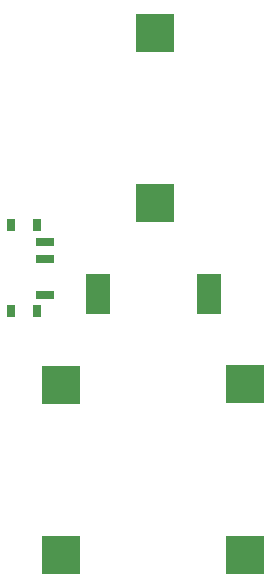
<source format=gbr>
%TF.GenerationSoftware,KiCad,Pcbnew,7.0.11*%
%TF.CreationDate,2025-03-07T22:39:11-08:00*%
%TF.ProjectId,enderman,656e6465-726d-4616-9e2e-6b696361645f,0.2*%
%TF.SameCoordinates,PX6ed1240PY84f1340*%
%TF.FileFunction,Paste,Bot*%
%TF.FilePolarity,Positive*%
%FSLAX46Y46*%
G04 Gerber Fmt 4.6, Leading zero omitted, Abs format (unit mm)*
G04 Created by KiCad (PCBNEW 7.0.11) date 2025-03-07 22:39:11*
%MOMM*%
%LPD*%
G01*
G04 APERTURE LIST*
%ADD10R,3.200000X3.200000*%
%ADD11R,0.800000X1.000000*%
%ADD12R,1.500000X0.700000*%
%ADD13R,2.000000X3.400000*%
G04 APERTURE END LIST*
D10*
%TO.C,BT2*%
X30200000Y50050000D03*
X30200000Y64450000D03*
%TD*%
%TO.C,BT3*%
X22587500Y79800000D03*
X22587500Y94200000D03*
%TD*%
%TO.C,BT1*%
X14600000Y64400000D03*
X14600000Y50000000D03*
%TD*%
D11*
%TO.C,SW1*%
X10370000Y70650000D03*
X12580000Y70650000D03*
X10370000Y77950000D03*
X12580000Y77950000D03*
D12*
X13230000Y72050000D03*
X13230000Y75050000D03*
X13230000Y76550000D03*
%TD*%
D13*
%TO.C,LS1*%
X27100000Y72137500D03*
X17700000Y72137500D03*
%TD*%
M02*

</source>
